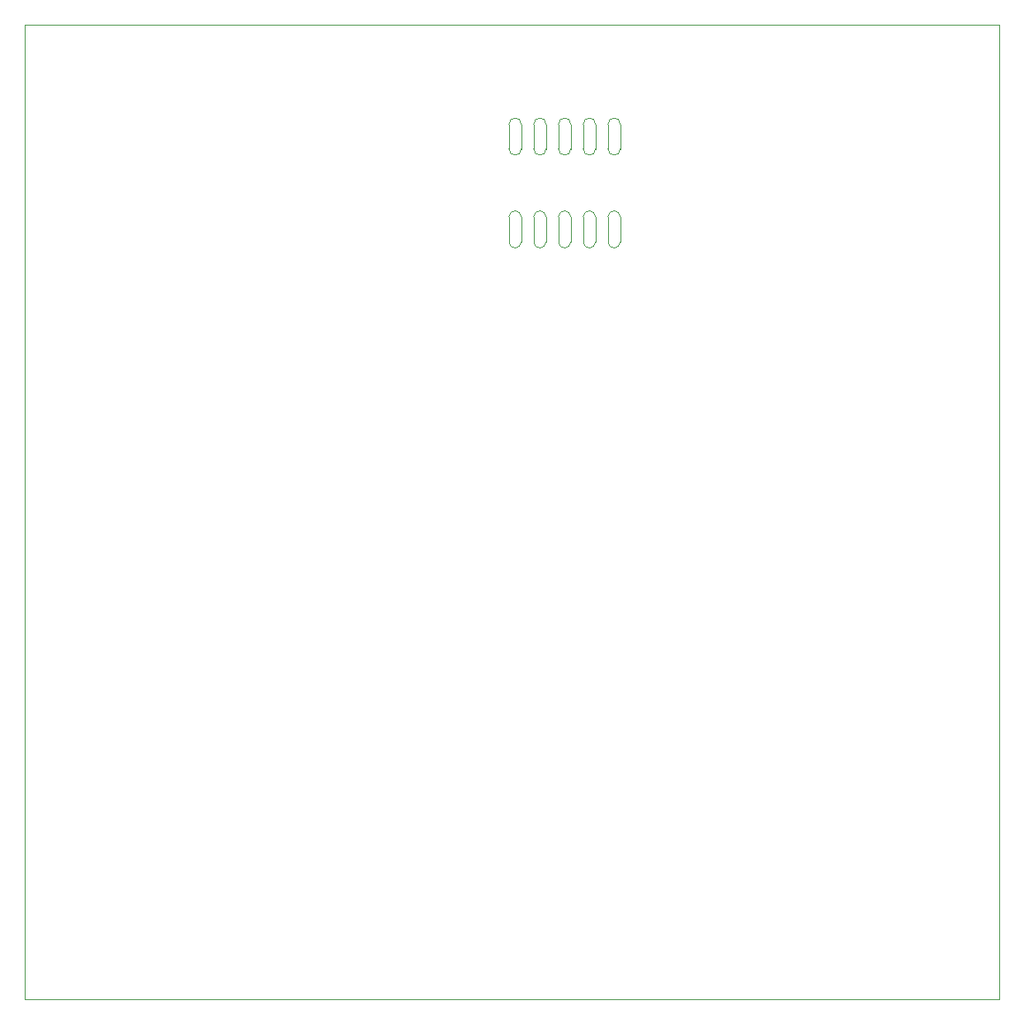
<source format=gbr>
G04 #@! TF.GenerationSoftware,KiCad,Pcbnew,5.1.4*
G04 #@! TF.CreationDate,2019-08-22T02:38:53+02:00*
G04 #@! TF.ProjectId,Stratosensor,53747261-746f-4736-956e-736f722e6b69,rev?*
G04 #@! TF.SameCoordinates,Original*
G04 #@! TF.FileFunction,Profile,NP*
%FSLAX46Y46*%
G04 Gerber Fmt 4.6, Leading zero omitted, Abs format (unit mm)*
G04 Created by KiCad (PCBNEW 5.1.4) date 2019-08-22 02:38:53*
%MOMM*%
%LPD*%
G04 APERTURE LIST*
%ADD10C,0.050000*%
G04 APERTURE END LIST*
D10*
X111125000Y-62738000D02*
G75*
G02X109855000Y-62738000I-635000J0D01*
G01*
X109855000Y-60198000D02*
X109855000Y-62738000D01*
X111125000Y-60198000D02*
X111125000Y-62738000D01*
X109855000Y-60198000D02*
G75*
G02X111125000Y-60198000I635000J0D01*
G01*
X99695000Y-69723000D02*
G75*
G02X100965000Y-69723000I635000J0D01*
G01*
X99695000Y-69723000D02*
X99695000Y-72263000D01*
X100965000Y-69723000D02*
X100965000Y-72263000D01*
X100965000Y-72263000D02*
G75*
G02X99695000Y-72263000I-635000J0D01*
G01*
X107315000Y-60198000D02*
G75*
G02X108585000Y-60198000I635000J0D01*
G01*
X107315000Y-60198000D02*
X107315000Y-62738000D01*
X108585000Y-62738000D02*
G75*
G02X107315000Y-62738000I-635000J0D01*
G01*
X108585000Y-60198000D02*
X108585000Y-62738000D01*
X104775000Y-60198000D02*
G75*
G02X106045000Y-60198000I635000J0D01*
G01*
X106045000Y-60198000D02*
X106045000Y-62738000D01*
X104775000Y-60198000D02*
X104775000Y-62738000D01*
X106045000Y-62738000D02*
G75*
G02X104775000Y-62738000I-635000J0D01*
G01*
X103505000Y-62738000D02*
G75*
G02X102235000Y-62738000I-635000J0D01*
G01*
X102235000Y-60198000D02*
G75*
G02X103505000Y-60198000I635000J0D01*
G01*
X103505000Y-60198000D02*
X103505000Y-62738000D01*
X102235000Y-60198000D02*
X102235000Y-62738000D01*
X99695000Y-60198000D02*
G75*
G02X100965000Y-60198000I635000J0D01*
G01*
X100965000Y-62738000D02*
G75*
G02X99695000Y-62738000I-635000J0D01*
G01*
X100965000Y-60198000D02*
X100965000Y-62738000D01*
X99695000Y-60198000D02*
X99695000Y-62738000D01*
X109855000Y-69723000D02*
G75*
G02X111125000Y-69723000I635000J0D01*
G01*
X111125000Y-69723000D02*
X111125000Y-72263000D01*
X109855000Y-69723000D02*
X109855000Y-72263000D01*
X111125000Y-72263000D02*
G75*
G02X109855000Y-72263000I-635000J0D01*
G01*
X107315000Y-69723000D02*
X107315000Y-72263000D01*
X108585000Y-72263000D02*
G75*
G02X107315000Y-72263000I-635000J0D01*
G01*
X108585000Y-69723000D02*
X108585000Y-72263000D01*
X107315000Y-69723000D02*
G75*
G02X108585000Y-69723000I635000J0D01*
G01*
X104775000Y-69723000D02*
X104775000Y-72263000D01*
X104775000Y-69723000D02*
G75*
G02X106045000Y-69723000I635000J0D01*
G01*
X106045000Y-72263000D02*
G75*
G02X104775000Y-72263000I-635000J0D01*
G01*
X106045000Y-69723000D02*
X106045000Y-72263000D01*
X103505000Y-72263000D02*
G75*
G02X102235000Y-72263000I-635000J0D01*
G01*
X103505000Y-69723000D02*
X103505000Y-72263000D01*
X102235000Y-69723000D02*
X102235000Y-72263000D01*
X102235000Y-69723000D02*
G75*
G02X103505000Y-69723000I635000J0D01*
G01*
X50000000Y-50000000D02*
X50000000Y-150000000D01*
X150000000Y-50000000D02*
X50000000Y-50000000D01*
X150000000Y-150000000D02*
X150000000Y-50000000D01*
X50000000Y-150000000D02*
X150000000Y-150000000D01*
M02*

</source>
